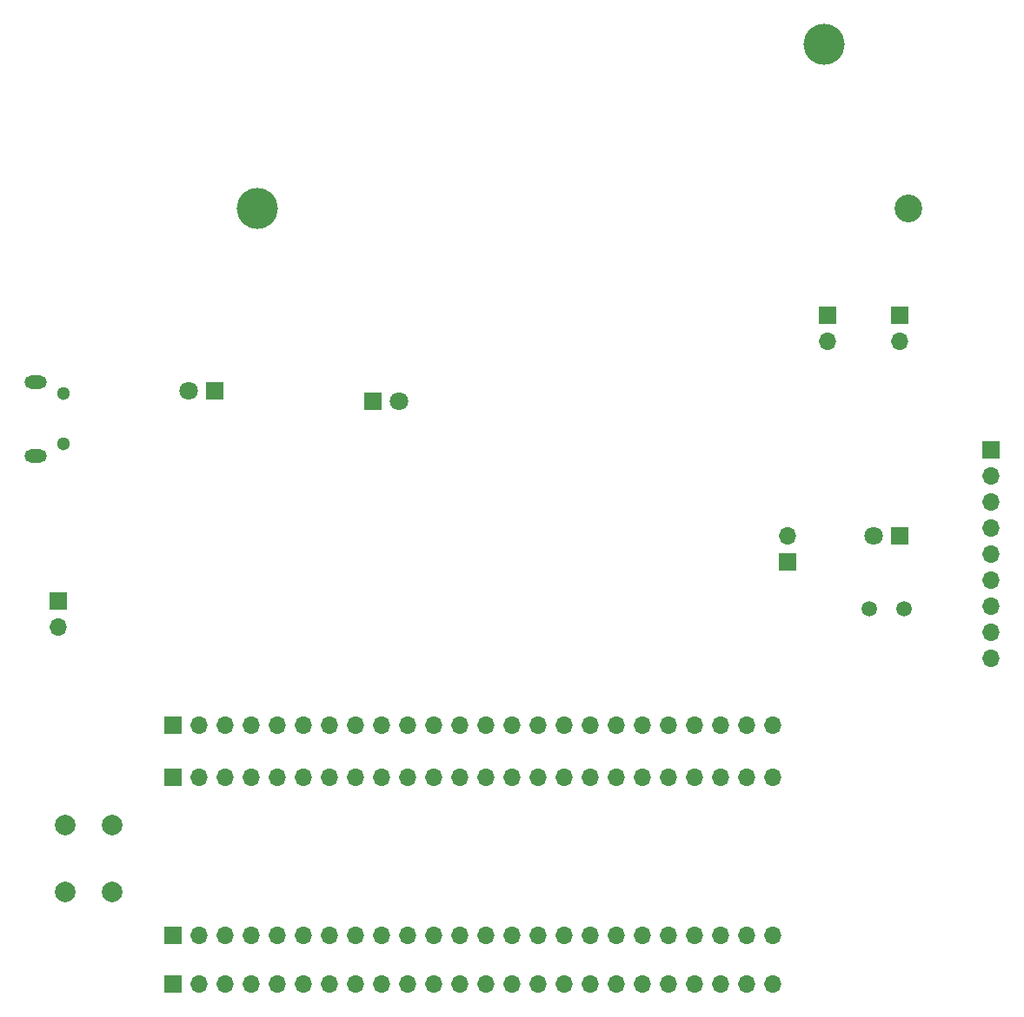
<source format=gbr>
%TF.GenerationSoftware,KiCad,Pcbnew,(7.0.0)*%
%TF.CreationDate,2023-04-24T10:58:27+02:00*%
%TF.ProjectId,Main Schematic,4d61696e-2053-4636-9865-6d617469632e,rev?*%
%TF.SameCoordinates,Original*%
%TF.FileFunction,Soldermask,Bot*%
%TF.FilePolarity,Negative*%
%FSLAX46Y46*%
G04 Gerber Fmt 4.6, Leading zero omitted, Abs format (unit mm)*
G04 Created by KiCad (PCBNEW (7.0.0)) date 2023-04-24 10:58:27*
%MOMM*%
%LPD*%
G01*
G04 APERTURE LIST*
%ADD10R,1.700000X1.700000*%
%ADD11O,1.700000X1.700000*%
%ADD12C,4.000000*%
%ADD13C,2.700000*%
%ADD14R,1.800000X1.800000*%
%ADD15C,1.800000*%
%ADD16C,1.300000*%
%ADD17O,2.200000X1.300000*%
%ADD18C,2.000000*%
%ADD19C,1.500000*%
G04 APERTURE END LIST*
D10*
%TO.C,J7*%
X104912885Y-96369186D03*
D11*
X104912885Y-98909186D03*
%TD*%
D12*
%TO.C,BT1*%
X124312886Y-58109187D03*
X179512886Y-42109187D03*
D13*
X187732886Y-58109187D03*
%TD*%
D14*
%TO.C,D3*%
X186894999Y-90049999D03*
D15*
X184355000Y-90050000D03*
%TD*%
D10*
%TO.C,J3*%
X116052885Y-113599186D03*
D11*
X118592885Y-113599186D03*
X121132885Y-113599186D03*
X123672885Y-113599186D03*
X126212885Y-113599186D03*
X128752885Y-113599186D03*
X131292885Y-113599186D03*
X133832885Y-113599186D03*
X136372885Y-113599186D03*
X138912885Y-113599186D03*
X141452885Y-113599186D03*
X143992885Y-113599186D03*
X146532885Y-113599186D03*
X149072885Y-113599186D03*
X151612885Y-113599186D03*
X154152885Y-113599186D03*
X156692885Y-113599186D03*
X159232885Y-113599186D03*
X161772885Y-113599186D03*
X164312885Y-113599186D03*
X166852885Y-113599186D03*
X169392885Y-113599186D03*
X171932885Y-113599186D03*
X174472885Y-113599186D03*
%TD*%
D10*
%TO.C,J8*%
X116052885Y-108519186D03*
D11*
X118592885Y-108519186D03*
X121132885Y-108519186D03*
X123672885Y-108519186D03*
X126212885Y-108519186D03*
X128752885Y-108519186D03*
X131292885Y-108519186D03*
X133832885Y-108519186D03*
X136372885Y-108519186D03*
X138912885Y-108519186D03*
X141452885Y-108519186D03*
X143992885Y-108519186D03*
X146532885Y-108519186D03*
X149072885Y-108519186D03*
X151612885Y-108519186D03*
X154152885Y-108519186D03*
X156692885Y-108519186D03*
X159232885Y-108519186D03*
X161772885Y-108519186D03*
X164312885Y-108519186D03*
X166852885Y-108519186D03*
X169392885Y-108519186D03*
X171932885Y-108519186D03*
X174472885Y-108519186D03*
%TD*%
D10*
%TO.C,J10*%
X175909999Y-92559999D03*
D11*
X175909999Y-90019999D03*
%TD*%
D14*
%TO.C,D4*%
X120159999Y-75939999D03*
D15*
X117620000Y-75940000D03*
%TD*%
D14*
%TO.C,D1*%
X135572885Y-76909186D03*
D15*
X138112886Y-76909187D03*
%TD*%
D10*
%TO.C,J1*%
X116079999Y-129009999D03*
D11*
X118619999Y-129009999D03*
X121159999Y-129009999D03*
X123699999Y-129009999D03*
X126239999Y-129009999D03*
X128779999Y-129009999D03*
X131319999Y-129009999D03*
X133859999Y-129009999D03*
X136399999Y-129009999D03*
X138939999Y-129009999D03*
X141479999Y-129009999D03*
X144019999Y-129009999D03*
X146559999Y-129009999D03*
X149099999Y-129009999D03*
X151639999Y-129009999D03*
X154179999Y-129009999D03*
X156719999Y-129009999D03*
X159259999Y-129009999D03*
X161799999Y-129009999D03*
X164339999Y-129009999D03*
X166879999Y-129009999D03*
X169419999Y-129009999D03*
X171959999Y-129009999D03*
X174499999Y-129009999D03*
%TD*%
D10*
%TO.C,J4*%
X186812885Y-68569186D03*
D11*
X186812885Y-71109186D03*
%TD*%
D10*
%TO.C,J5*%
X179812885Y-68569186D03*
D11*
X179812885Y-71109186D03*
%TD*%
D10*
%TO.C,J11*%
X195719999Y-81619999D03*
D11*
X195719999Y-84159999D03*
X195719999Y-86699999D03*
X195719999Y-89239999D03*
X195719999Y-91779999D03*
X195719999Y-94319999D03*
X195719999Y-96859999D03*
X195719999Y-99399999D03*
X195719999Y-101939999D03*
%TD*%
D16*
%TO.C,J6*%
X105369554Y-81037943D03*
D17*
X102699500Y-82212948D03*
X102699500Y-75013050D03*
D16*
X105369554Y-76188057D03*
%TD*%
D18*
%TO.C,SW1*%
X110112886Y-118209187D03*
X110112886Y-124709187D03*
X105612886Y-118209187D03*
X105612886Y-124709187D03*
%TD*%
D19*
%TO.C,R10*%
X183912886Y-97109187D03*
X187312886Y-97109187D03*
%TD*%
D10*
%TO.C,J9*%
X116052885Y-133730999D03*
D11*
X118592885Y-133730999D03*
X121132885Y-133730999D03*
X123672885Y-133730999D03*
X126212885Y-133730999D03*
X128752885Y-133730999D03*
X131292885Y-133730999D03*
X133832885Y-133730999D03*
X136372885Y-133730999D03*
X138912885Y-133730999D03*
X141452885Y-133730999D03*
X143992885Y-133730999D03*
X146532885Y-133730999D03*
X149072885Y-133730999D03*
X151612885Y-133730999D03*
X154152885Y-133730999D03*
X156692885Y-133730999D03*
X159232885Y-133730999D03*
X161772885Y-133730999D03*
X164312885Y-133730999D03*
X166852885Y-133730999D03*
X169392885Y-133730999D03*
X171932885Y-133730999D03*
X174472885Y-133730999D03*
%TD*%
M02*

</source>
